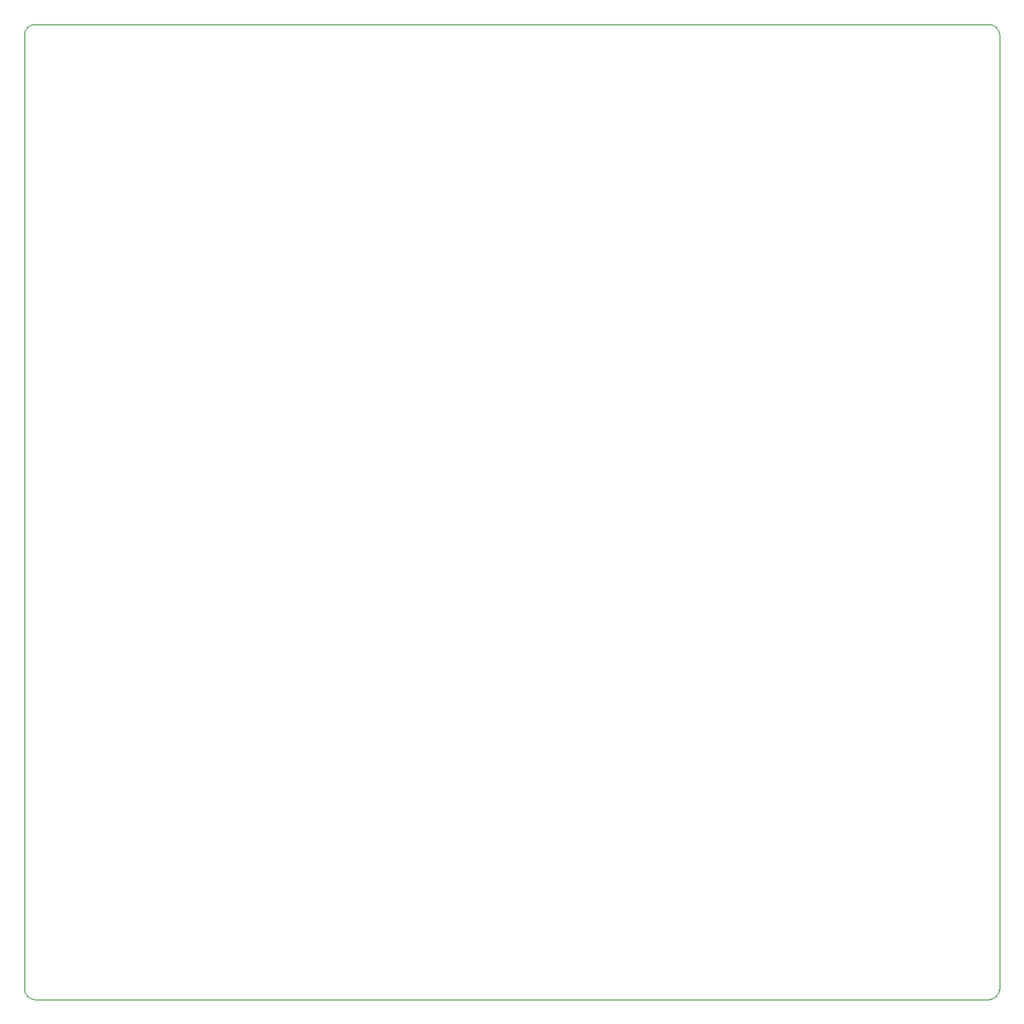
<source format=gbr>
%TF.GenerationSoftware,KiCad,Pcbnew,(5.1.9)-1*%
%TF.CreationDate,2021-05-23T18:55:04+01:00*%
%TF.ProjectId,ControlBoard,436f6e74-726f-46c4-926f-6172642e6b69,rev?*%
%TF.SameCoordinates,Original*%
%TF.FileFunction,Profile,NP*%
%FSLAX46Y46*%
G04 Gerber Fmt 4.6, Leading zero omitted, Abs format (unit mm)*
G04 Created by KiCad (PCBNEW (5.1.9)-1) date 2021-05-23 18:55:04*
%MOMM*%
%LPD*%
G01*
G04 APERTURE LIST*
%TA.AperFunction,Profile*%
%ADD10C,0.050000*%
%TD*%
G04 APERTURE END LIST*
D10*
X119000000Y-118000000D02*
G75*
G02*
X118000000Y-119000000I-1000000J0D01*
G01*
X22000000Y-119000000D02*
G75*
G02*
X21000000Y-118000000I0J1000000D01*
G01*
X21000000Y-22000000D02*
G75*
G02*
X22000000Y-21000000I1000000J0D01*
G01*
X118000000Y-21000000D02*
G75*
G02*
X119000000Y-22000000I0J-1000000D01*
G01*
X119000000Y-22000000D02*
X119000000Y-118000000D01*
X22000000Y-21000000D02*
X118000000Y-21000000D01*
X21000000Y-118000000D02*
X21000000Y-22000000D01*
X118000000Y-119000000D02*
X22000000Y-119000000D01*
M02*

</source>
